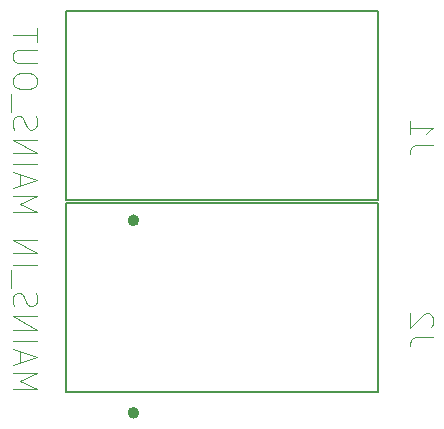
<source format=gbr>
G04 #@! TF.GenerationSoftware,KiCad,Pcbnew,5.1.2-f72e74a~84~ubuntu19.04.1*
G04 #@! TF.CreationDate,2019-06-02T16:59:08+01:00*
G04 #@! TF.ProjectId,Power Monitor MK3,506f7765-7220-44d6-9f6e-69746f72204d,rev?*
G04 #@! TF.SameCoordinates,Original*
G04 #@! TF.FileFunction,Legend,Bot*
G04 #@! TF.FilePolarity,Positive*
%FSLAX46Y46*%
G04 Gerber Fmt 4.6, Leading zero omitted, Abs format (unit mm)*
G04 Created by KiCad (PCBNEW 5.1.2-f72e74a~84~ubuntu19.04.1) date 2019-06-02 16:59:08*
%MOMM*%
%LPD*%
G04 APERTURE LIST*
%ADD10C,0.127000*%
%ADD11C,0.500000*%
%ADD12C,0.050000*%
G04 APERTURE END LIST*
D10*
X98800000Y-124650000D02*
X98800000Y-108650000D01*
X98800000Y-108650000D02*
X72400000Y-108650000D01*
X72400000Y-108650000D02*
X72400000Y-124650000D01*
X72400000Y-124650000D02*
X98800000Y-124650000D01*
D11*
X78350000Y-126400000D02*
G75*
G03X78350000Y-126400000I-250000J0D01*
G01*
X78350000Y-110100000D02*
G75*
G03X78350000Y-110100000I-250000J0D01*
G01*
D10*
X72400000Y-108350000D02*
X98800000Y-108350000D01*
X72400000Y-92350000D02*
X72400000Y-108350000D01*
X98800000Y-92350000D02*
X72400000Y-92350000D01*
X98800000Y-108350000D02*
X98800000Y-92350000D01*
D12*
X103485514Y-119986330D02*
X102055800Y-119986330D01*
X101769857Y-120081644D01*
X101579228Y-120272272D01*
X101483914Y-120558215D01*
X101483914Y-120748844D01*
X103294885Y-119128501D02*
X103390200Y-119033187D01*
X103485514Y-118842558D01*
X103485514Y-118365987D01*
X103390200Y-118175358D01*
X103294885Y-118080044D01*
X103104257Y-117984730D01*
X102913628Y-117984730D01*
X102627685Y-118080044D01*
X101483914Y-119223815D01*
X101483914Y-117984730D01*
X67914994Y-124339682D02*
X69917014Y-124339682D01*
X68487000Y-123672342D01*
X69917014Y-123005002D01*
X67914994Y-123005002D01*
X68487000Y-122146994D02*
X68487000Y-121193651D01*
X67914994Y-122337662D02*
X69917014Y-121670322D01*
X67914994Y-121002982D01*
X67914994Y-120335642D02*
X69917014Y-120335642D01*
X67914994Y-119382300D02*
X69917014Y-119382300D01*
X67914994Y-118238288D01*
X69917014Y-118238288D01*
X68010328Y-117380280D02*
X67914994Y-117094277D01*
X67914994Y-116617605D01*
X68010328Y-116426937D01*
X68105662Y-116331602D01*
X68296331Y-116236268D01*
X68487000Y-116236268D01*
X68677668Y-116331602D01*
X68773002Y-116426937D01*
X68868337Y-116617605D01*
X68963671Y-116998942D01*
X69059005Y-117189611D01*
X69154340Y-117284945D01*
X69345008Y-117380280D01*
X69535677Y-117380280D01*
X69726345Y-117284945D01*
X69821680Y-117189611D01*
X69917014Y-116998942D01*
X69917014Y-116522271D01*
X69821680Y-116236268D01*
X67724325Y-115854931D02*
X67724325Y-114329582D01*
X67914994Y-113852911D02*
X69917014Y-113852911D01*
X67914994Y-112899568D02*
X69917014Y-112899568D01*
X67914994Y-111755557D01*
X69917014Y-111755557D01*
X103485514Y-103686330D02*
X102055800Y-103686330D01*
X101769857Y-103781644D01*
X101579228Y-103972272D01*
X101483914Y-104258215D01*
X101483914Y-104448844D01*
X101483914Y-101684730D02*
X101483914Y-102828501D01*
X101483914Y-102256615D02*
X103485514Y-102256615D01*
X103199571Y-102447244D01*
X103008942Y-102637872D01*
X102913628Y-102828501D01*
X67914994Y-109374362D02*
X69917014Y-109374362D01*
X68487000Y-108707022D01*
X69917014Y-108039682D01*
X67914994Y-108039682D01*
X68487000Y-107181674D02*
X68487000Y-106228331D01*
X67914994Y-107372342D02*
X69917014Y-106705002D01*
X67914994Y-106037662D01*
X67914994Y-105370322D02*
X69917014Y-105370322D01*
X67914994Y-104416980D02*
X69917014Y-104416980D01*
X67914994Y-103272968D01*
X69917014Y-103272968D01*
X68010328Y-102414960D02*
X67914994Y-102128957D01*
X67914994Y-101652285D01*
X68010328Y-101461617D01*
X68105662Y-101366282D01*
X68296331Y-101270948D01*
X68487000Y-101270948D01*
X68677668Y-101366282D01*
X68773002Y-101461617D01*
X68868337Y-101652285D01*
X68963671Y-102033622D01*
X69059005Y-102224291D01*
X69154340Y-102319625D01*
X69345008Y-102414960D01*
X69535677Y-102414960D01*
X69726345Y-102319625D01*
X69821680Y-102224291D01*
X69917014Y-102033622D01*
X69917014Y-101556951D01*
X69821680Y-101270948D01*
X67724325Y-100889611D02*
X67724325Y-99364262D01*
X69917014Y-98506254D02*
X69917014Y-98124917D01*
X69821680Y-97934248D01*
X69631011Y-97743580D01*
X69249674Y-97648245D01*
X68582334Y-97648245D01*
X68200997Y-97743580D01*
X68010328Y-97934248D01*
X67914994Y-98124917D01*
X67914994Y-98506254D01*
X68010328Y-98696922D01*
X68200997Y-98887591D01*
X68582334Y-98982925D01*
X69249674Y-98982925D01*
X69631011Y-98887591D01*
X69821680Y-98696922D01*
X69917014Y-98506254D01*
X69917014Y-96790237D02*
X68296331Y-96790237D01*
X68105662Y-96694902D01*
X68010328Y-96599568D01*
X67914994Y-96408900D01*
X67914994Y-96027562D01*
X68010328Y-95836894D01*
X68105662Y-95741560D01*
X68296331Y-95646225D01*
X69917014Y-95646225D01*
X69917014Y-94978885D02*
X69917014Y-93834874D01*
X67914994Y-94406880D02*
X69917014Y-94406880D01*
M02*

</source>
